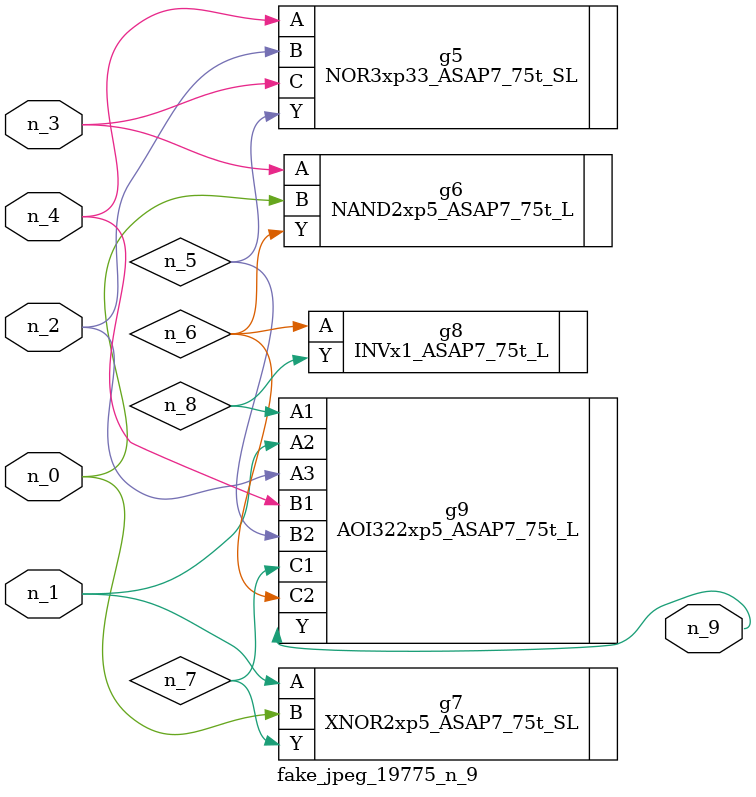
<source format=v>
module fake_jpeg_19775_n_9 (n_3, n_2, n_1, n_0, n_4, n_9);

input n_3;
input n_2;
input n_1;
input n_0;
input n_4;

output n_9;

wire n_8;
wire n_6;
wire n_5;
wire n_7;

NOR3xp33_ASAP7_75t_SL g5 ( 
.A(n_4),
.B(n_2),
.C(n_3),
.Y(n_5)
);

NAND2xp5_ASAP7_75t_L g6 ( 
.A(n_3),
.B(n_0),
.Y(n_6)
);

XNOR2xp5_ASAP7_75t_SL g7 ( 
.A(n_1),
.B(n_0),
.Y(n_7)
);

INVx1_ASAP7_75t_L g8 ( 
.A(n_6),
.Y(n_8)
);

AOI322xp5_ASAP7_75t_L g9 ( 
.A1(n_8),
.A2(n_1),
.A3(n_2),
.B1(n_4),
.B2(n_5),
.C1(n_7),
.C2(n_6),
.Y(n_9)
);


endmodule
</source>
